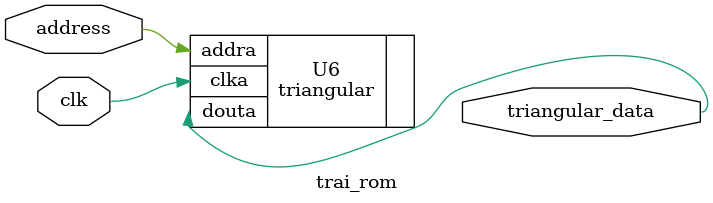
<source format=v>
`timescale 1ns / 1ps
module trai_rom(
		input wire clk,
		input wire address,
		output triangular_data
    );
	 triangular U6 (
		 .clka(clk), // input clka
		 .addra(address), // input [11 : 0] addra
		 .douta(triangular_data) // output [7 : 0] douta
	 );
endmodule

</source>
